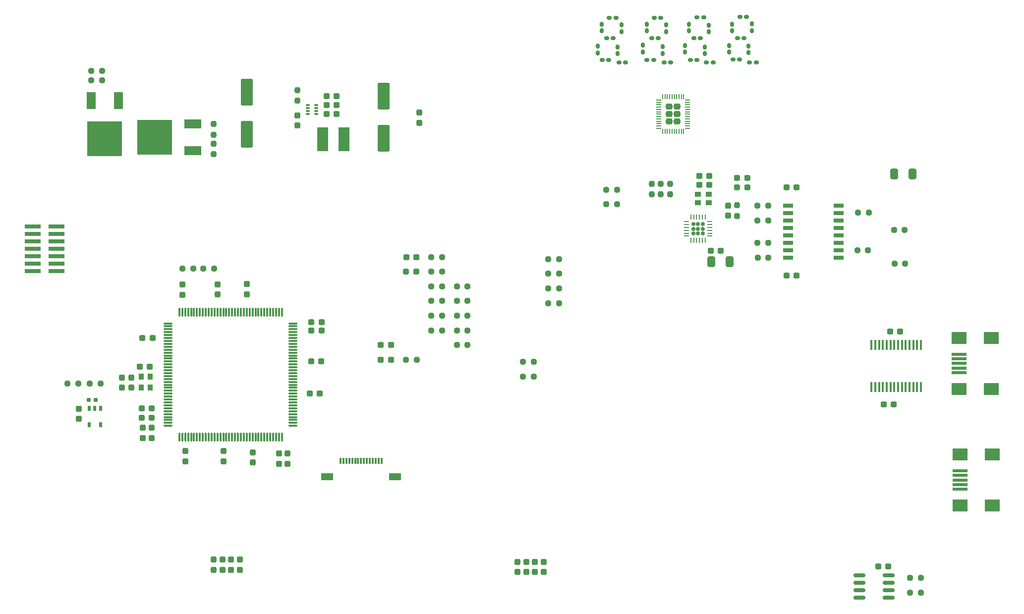
<source format=gbr>
%TF.GenerationSoftware,KiCad,Pcbnew,8.0.5*%
%TF.CreationDate,2024-09-23T23:51:48+09:00*%
%TF.ProjectId,MCU_Unit,4d43555f-556e-4697-942e-6b696361645f,rev?*%
%TF.SameCoordinates,Original*%
%TF.FileFunction,Paste,Top*%
%TF.FilePolarity,Positive*%
%FSLAX46Y46*%
G04 Gerber Fmt 4.6, Leading zero omitted, Abs format (unit mm)*
G04 Created by KiCad (PCBNEW 8.0.5) date 2024-09-23 23:51:48*
%MOMM*%
%LPD*%
G01*
G04 APERTURE LIST*
G04 Aperture macros list*
%AMRoundRect*
0 Rectangle with rounded corners*
0 $1 Rounding radius*
0 $2 $3 $4 $5 $6 $7 $8 $9 X,Y pos of 4 corners*
0 Add a 4 corners polygon primitive as box body*
4,1,4,$2,$3,$4,$5,$6,$7,$8,$9,$2,$3,0*
0 Add four circle primitives for the rounded corners*
1,1,$1+$1,$2,$3*
1,1,$1+$1,$4,$5*
1,1,$1+$1,$6,$7*
1,1,$1+$1,$8,$9*
0 Add four rect primitives between the rounded corners*
20,1,$1+$1,$2,$3,$4,$5,0*
20,1,$1+$1,$4,$5,$6,$7,0*
20,1,$1+$1,$6,$7,$8,$9,0*
20,1,$1+$1,$8,$9,$2,$3,0*%
G04 Aperture macros list end*
%ADD10R,1.700000X0.750000*%
%ADD11R,3.000000X1.600000*%
%ADD12R,6.000000X6.000000*%
%ADD13R,1.600000X3.000000*%
%ADD14R,1.850000X4.100000*%
%ADD15R,2.790000X0.740000*%
%ADD16R,0.300000X1.000000*%
%ADD17R,2.000000X1.300000*%
%ADD18R,0.600000X0.900000*%
%ADD19RoundRect,0.160000X-0.222500X-0.160000X0.222500X-0.160000X0.222500X0.160000X-0.222500X0.160000X0*%
%ADD20RoundRect,0.160000X0.160000X-0.222500X0.160000X0.222500X-0.160000X0.222500X-0.160000X-0.222500X0*%
%ADD21RoundRect,0.237500X0.287500X0.237500X-0.287500X0.237500X-0.287500X-0.237500X0.287500X-0.237500X0*%
%ADD22R,0.950000X1.050000*%
%ADD23R,0.450000X1.750000*%
%ADD24RoundRect,0.250000X0.315000X0.260000X-0.315000X0.260000X-0.315000X-0.260000X0.315000X-0.260000X0*%
%ADD25RoundRect,0.050000X0.362500X0.050000X-0.362500X0.050000X-0.362500X-0.050000X0.362500X-0.050000X0*%
%ADD26RoundRect,0.050000X0.050000X0.362500X-0.050000X0.362500X-0.050000X-0.362500X0.050000X-0.362500X0*%
%ADD27RoundRect,0.150000X-0.825000X-0.150000X0.825000X-0.150000X0.825000X0.150000X-0.825000X0.150000X0*%
%ADD28RoundRect,0.050000X-0.285000X-0.100000X0.285000X-0.100000X0.285000X0.100000X-0.285000X0.100000X0*%
%ADD29R,1.050000X0.950000*%
%ADD30RoundRect,0.165000X-0.165000X0.165000X-0.165000X-0.165000X0.165000X-0.165000X0.165000X0.165000X0*%
%ADD31RoundRect,0.062500X-0.062500X0.325000X-0.062500X-0.325000X0.062500X-0.325000X0.062500X0.325000X0*%
%ADD32RoundRect,0.062500X-0.325000X0.062500X-0.325000X-0.062500X0.325000X-0.062500X0.325000X0.062500X0*%
%ADD33RoundRect,0.075000X-0.662500X-0.075000X0.662500X-0.075000X0.662500X0.075000X-0.662500X0.075000X0*%
%ADD34RoundRect,0.075000X-0.075000X-0.662500X0.075000X-0.662500X0.075000X0.662500X-0.075000X0.662500X0*%
%ADD35RoundRect,0.237500X-0.250000X-0.237500X0.250000X-0.237500X0.250000X0.237500X-0.250000X0.237500X0*%
%ADD36RoundRect,0.237500X-0.237500X0.250000X-0.237500X-0.250000X0.237500X-0.250000X0.237500X0.250000X0*%
%ADD37RoundRect,0.237500X0.250000X0.237500X-0.250000X0.237500X-0.250000X-0.237500X0.250000X-0.237500X0*%
%ADD38RoundRect,0.237500X0.237500X-0.250000X0.237500X0.250000X-0.237500X0.250000X-0.237500X-0.250000X0*%
%ADD39R,2.500000X0.500000*%
%ADD40R,2.500000X2.000000*%
%ADD41RoundRect,0.237500X-0.287500X-0.237500X0.287500X-0.237500X0.287500X0.237500X-0.287500X0.237500X0*%
%ADD42RoundRect,0.237500X-0.237500X0.300000X-0.237500X-0.300000X0.237500X-0.300000X0.237500X0.300000X0*%
%ADD43RoundRect,0.237500X0.237500X-0.300000X0.237500X0.300000X-0.237500X0.300000X-0.237500X-0.300000X0*%
%ADD44RoundRect,0.237500X0.300000X0.237500X-0.300000X0.237500X-0.300000X-0.237500X0.300000X-0.237500X0*%
%ADD45RoundRect,0.237500X-0.300000X-0.237500X0.300000X-0.237500X0.300000X0.237500X-0.300000X0.237500X0*%
%ADD46RoundRect,0.250001X-0.799999X1.999999X-0.799999X-1.999999X0.799999X-1.999999X0.799999X1.999999X0*%
%ADD47RoundRect,0.250001X0.799999X-1.999999X0.799999X1.999999X-0.799999X1.999999X-0.799999X-1.999999X0*%
%ADD48RoundRect,0.250000X-0.412500X-0.650000X0.412500X-0.650000X0.412500X0.650000X-0.412500X0.650000X0*%
%ADD49RoundRect,0.155000X0.212500X0.155000X-0.212500X0.155000X-0.212500X-0.155000X0.212500X-0.155000X0*%
G04 APERTURE END LIST*
D10*
%TO.C,T1*%
X176250000Y-60505000D03*
X176250000Y-61775000D03*
X176250000Y-63045000D03*
X176250000Y-64315000D03*
X176250000Y-65585000D03*
X176250000Y-66855000D03*
X176250000Y-68125000D03*
X176250000Y-69395000D03*
X167650000Y-69395000D03*
X167650000Y-68125000D03*
X167650000Y-66855000D03*
X167650000Y-65585000D03*
X167650000Y-64315000D03*
X167650000Y-63045000D03*
X167650000Y-61775000D03*
X167650000Y-60505000D03*
%TD*%
D11*
%TO.C,Q2*%
X65900000Y-51175000D03*
D12*
X59400000Y-48875000D03*
D11*
X65900000Y-46575000D03*
%TD*%
D13*
%TO.C,Q1*%
X53200000Y-42625000D03*
D12*
X50900000Y-49125000D03*
D13*
X48600000Y-42625000D03*
%TD*%
D14*
%TO.C,L1*%
X88125000Y-49150000D03*
X91775000Y-49150000D03*
%TD*%
D15*
%TO.C,J12*%
X38564355Y-64076075D03*
X42634355Y-64076075D03*
X38564355Y-65346075D03*
X42634355Y-65346075D03*
X38564355Y-66616075D03*
X42634355Y-66616075D03*
X38564355Y-67886075D03*
X42634355Y-67886075D03*
X38564355Y-69156075D03*
X42634355Y-69156075D03*
X38564355Y-70426075D03*
X42634355Y-70426075D03*
X38564355Y-71696075D03*
X42634355Y-71696075D03*
%TD*%
D16*
%TO.C,J8*%
X91175000Y-104175000D03*
X91675000Y-104175000D03*
X92175000Y-104175000D03*
X92675000Y-104175000D03*
X93175000Y-104175000D03*
X93675000Y-104175000D03*
X94175000Y-104175000D03*
X94675000Y-104175000D03*
X95175000Y-104175000D03*
X95675000Y-104175000D03*
X96175000Y-104175000D03*
X96675000Y-104175000D03*
X97175000Y-104175000D03*
X97675000Y-104175000D03*
X98175000Y-104175000D03*
D17*
X88875000Y-106875000D03*
X100475000Y-106875000D03*
%TD*%
D18*
%TO.C,IC1*%
X50150000Y-95150000D03*
X49200000Y-95150000D03*
X48250000Y-95150000D03*
X48250000Y-97950000D03*
X50150000Y-97950000D03*
%TD*%
D19*
%TO.C,D11*%
X161055000Y-36037500D03*
X162200000Y-36037500D03*
%TD*%
%TO.C,D10*%
X158955000Y-31887500D03*
X160100000Y-31887500D03*
%TD*%
D20*
%TO.C,D9*%
X158077500Y-30660000D03*
X158077500Y-29515000D03*
%TD*%
%TO.C,D8*%
X157527500Y-34310000D03*
X157527500Y-33165000D03*
%TD*%
D19*
%TO.C,D7*%
X158205000Y-35537500D03*
X159350000Y-35537500D03*
%TD*%
D20*
%TO.C,D6*%
X160827500Y-34410000D03*
X160827500Y-33265000D03*
%TD*%
%TO.C,D5*%
X161477500Y-30610000D03*
X161477500Y-29465000D03*
%TD*%
D19*
%TO.C,D4*%
X159405000Y-28237500D03*
X160550000Y-28237500D03*
%TD*%
%TO.C,D35*%
X138750000Y-36087500D03*
X139895000Y-36087500D03*
%TD*%
%TO.C,D34*%
X136600000Y-31937500D03*
X137745000Y-31937500D03*
%TD*%
D20*
%TO.C,D33*%
X135750000Y-30682500D03*
X135750000Y-29537500D03*
%TD*%
%TO.C,D32*%
X135150000Y-34432500D03*
X135150000Y-33287500D03*
%TD*%
D19*
%TO.C,D31*%
X135850000Y-35637500D03*
X136995000Y-35637500D03*
%TD*%
D20*
%TO.C,D30*%
X138500000Y-34560000D03*
X138500000Y-33415000D03*
%TD*%
%TO.C,D29*%
X139150000Y-30810000D03*
X139150000Y-29665000D03*
%TD*%
D19*
%TO.C,D28*%
X137100000Y-28437500D03*
X138245000Y-28437500D03*
%TD*%
%TO.C,D27*%
X146455000Y-36087500D03*
X147600000Y-36087500D03*
%TD*%
%TO.C,D26*%
X144300000Y-31937500D03*
X145445000Y-31937500D03*
%TD*%
D20*
%TO.C,D25*%
X143500000Y-30682500D03*
X143500000Y-29537500D03*
%TD*%
%TO.C,D24*%
X142850000Y-34282500D03*
X142850000Y-33137500D03*
%TD*%
D19*
%TO.C,D23*%
X143500000Y-35637500D03*
X144645000Y-35637500D03*
%TD*%
D20*
%TO.C,D22*%
X146200000Y-34532500D03*
X146200000Y-33387500D03*
%TD*%
%TO.C,D21*%
X146800000Y-30782500D03*
X146800000Y-29637500D03*
%TD*%
D19*
%TO.C,D20*%
X144750000Y-28437500D03*
X145895000Y-28437500D03*
%TD*%
%TO.C,D19*%
X153655000Y-36037500D03*
X154800000Y-36037500D03*
%TD*%
%TO.C,D18*%
X151515316Y-31928719D03*
X152660316Y-31928719D03*
%TD*%
D20*
%TO.C,D17*%
X150715316Y-30673719D03*
X150715316Y-29528719D03*
%TD*%
%TO.C,D16*%
X150015316Y-34323719D03*
X150015316Y-33178719D03*
%TD*%
D19*
%TO.C,D15*%
X152057816Y-35628719D03*
X150912816Y-35628719D03*
%TD*%
D20*
%TO.C,D14*%
X153415316Y-34551219D03*
X153415316Y-33406219D03*
%TD*%
%TO.C,D13*%
X154115316Y-30823719D03*
X154115316Y-29678719D03*
%TD*%
D19*
%TO.C,D12*%
X152062816Y-28378719D03*
X153207816Y-28378719D03*
%TD*%
D21*
%TO.C,D2*%
X160675000Y-55800000D03*
X158925000Y-55800000D03*
%TD*%
%TO.C,D1*%
X160675000Y-57400000D03*
X158925000Y-57400000D03*
%TD*%
D22*
%TO.C,U8*%
X57175000Y-89775000D03*
X57175000Y-91625000D03*
X58625000Y-91625000D03*
X58625000Y-89775000D03*
%TD*%
D23*
%TO.C,U7*%
X181875000Y-91500000D03*
X182525000Y-91500000D03*
X183175000Y-91500000D03*
X183825000Y-91500000D03*
X184475000Y-91500000D03*
X185125000Y-91500000D03*
X185775000Y-91500000D03*
X186425000Y-91500000D03*
X187075000Y-91500000D03*
X187725000Y-91500000D03*
X188375000Y-91500000D03*
X189025000Y-91500000D03*
X189675000Y-91500000D03*
X190325000Y-91500000D03*
X190325000Y-84300000D03*
X189675000Y-84300000D03*
X189025000Y-84300000D03*
X188375000Y-84300000D03*
X187725000Y-84300000D03*
X187075000Y-84300000D03*
X186425000Y-84300000D03*
X185775000Y-84300000D03*
X185125000Y-84300000D03*
X184475000Y-84300000D03*
X183825000Y-84300000D03*
X183175000Y-84300000D03*
X182525000Y-84300000D03*
X181875000Y-84300000D03*
%TD*%
D24*
%TO.C,U6*%
X148700000Y-46170000D03*
X148700000Y-44900000D03*
X148700000Y-43630000D03*
X147300000Y-46170000D03*
X147300000Y-44900000D03*
X147300000Y-43630000D03*
D25*
X150462500Y-47300000D03*
X150462500Y-46900000D03*
X150462500Y-46500000D03*
X150462500Y-46100000D03*
X150462500Y-45700000D03*
X150462500Y-45300000D03*
X150462500Y-44900000D03*
X150462500Y-44500000D03*
X150462500Y-44100000D03*
X150462500Y-43700000D03*
X150462500Y-43300000D03*
X150462500Y-42900000D03*
X150462500Y-42500000D03*
D26*
X149800000Y-41937500D03*
X149400000Y-41937500D03*
X149000000Y-41937500D03*
X148600000Y-41937500D03*
X148200000Y-41937500D03*
X147800000Y-41937500D03*
X147400000Y-41937500D03*
X147000000Y-41937500D03*
X146600000Y-41937500D03*
X146200000Y-41937500D03*
D25*
X145537500Y-42500000D03*
X145537500Y-42900000D03*
X145537500Y-43300000D03*
X145537500Y-43700000D03*
X145537500Y-44100000D03*
X145537500Y-44500000D03*
X145537500Y-44900000D03*
X145537500Y-45300000D03*
X145537500Y-45700000D03*
X145537500Y-46100000D03*
X145537500Y-46500000D03*
X145537500Y-46900000D03*
X145537500Y-47300000D03*
D26*
X146200000Y-47862500D03*
X146600000Y-47862500D03*
X147000000Y-47862500D03*
X147400000Y-47862500D03*
X147800000Y-47862500D03*
X148200000Y-47862500D03*
X148600000Y-47862500D03*
X149000000Y-47862500D03*
X149400000Y-47862500D03*
X149800000Y-47862500D03*
%TD*%
D27*
%TO.C,U5*%
X179829173Y-123692996D03*
X179829173Y-124962996D03*
X179829173Y-126232996D03*
X179829173Y-127502996D03*
X184779173Y-127502996D03*
X184779173Y-126232996D03*
X184779173Y-124962996D03*
X184779173Y-123692996D03*
%TD*%
D28*
%TO.C,U4*%
X85560000Y-43387500D03*
X85560000Y-43887500D03*
X85560000Y-44387500D03*
X85560000Y-44887500D03*
X87040000Y-44887500D03*
X87040000Y-44387500D03*
X87040000Y-43887500D03*
X87040000Y-43387500D03*
%TD*%
D29*
%TO.C,U3*%
X154100000Y-58600000D03*
X152250000Y-58600000D03*
X152250000Y-60050000D03*
X154100000Y-60050000D03*
%TD*%
D30*
%TO.C,U2*%
X153070000Y-63667500D03*
X152250000Y-63667500D03*
X151430000Y-63667500D03*
X153070000Y-64487500D03*
X152250000Y-64487500D03*
X151430000Y-64487500D03*
X153070000Y-65307500D03*
X152250000Y-65307500D03*
X151430000Y-65307500D03*
D31*
X153500000Y-62500000D03*
X153000000Y-62500000D03*
X152500000Y-62500000D03*
X152000000Y-62500000D03*
X151500000Y-62500000D03*
X151000000Y-62500000D03*
D32*
X150262500Y-63237500D03*
X150262500Y-63737500D03*
X150262500Y-64237500D03*
X150262500Y-64737500D03*
X150262500Y-65237500D03*
X150262500Y-65737500D03*
D31*
X151000000Y-66475000D03*
X151500000Y-66475000D03*
X152000000Y-66475000D03*
X152500000Y-66475000D03*
X153000000Y-66475000D03*
X153500000Y-66475000D03*
D32*
X154237500Y-65737500D03*
X154237500Y-65237500D03*
X154237500Y-64737500D03*
X154237500Y-64237500D03*
X154237500Y-63737500D03*
X154237500Y-63237500D03*
%TD*%
D33*
%TO.C,U1*%
X61737500Y-80650000D03*
X61737500Y-81150000D03*
X61737500Y-81650000D03*
X61737500Y-82150000D03*
X61737500Y-82650000D03*
X61737500Y-83150000D03*
X61737500Y-83650000D03*
X61737500Y-84150000D03*
X61737500Y-84650000D03*
X61737500Y-85150000D03*
X61737500Y-85650000D03*
X61737500Y-86150000D03*
X61737500Y-86650000D03*
X61737500Y-87150000D03*
X61737500Y-87650000D03*
X61737500Y-88150000D03*
X61737500Y-88650000D03*
X61737500Y-89150000D03*
X61737500Y-89650000D03*
X61737500Y-90150000D03*
X61737500Y-90650000D03*
X61737500Y-91150000D03*
X61737500Y-91650000D03*
X61737500Y-92150000D03*
X61737500Y-92650000D03*
X61737500Y-93150000D03*
X61737500Y-93650000D03*
X61737500Y-94150000D03*
X61737500Y-94650000D03*
X61737500Y-95150000D03*
X61737500Y-95650000D03*
X61737500Y-96150000D03*
X61737500Y-96650000D03*
X61737500Y-97150000D03*
X61737500Y-97650000D03*
X61737500Y-98150000D03*
D34*
X63650000Y-100062500D03*
X64150000Y-100062500D03*
X64650000Y-100062500D03*
X65150000Y-100062500D03*
X65650000Y-100062500D03*
X66150000Y-100062500D03*
X66650000Y-100062500D03*
X67150000Y-100062500D03*
X67650000Y-100062500D03*
X68150000Y-100062500D03*
X68650000Y-100062500D03*
X69150000Y-100062500D03*
X69650000Y-100062500D03*
X70150000Y-100062500D03*
X70650000Y-100062500D03*
X71150000Y-100062500D03*
X71650000Y-100062500D03*
X72150000Y-100062500D03*
X72650000Y-100062500D03*
X73150000Y-100062500D03*
X73650000Y-100062500D03*
X74150000Y-100062500D03*
X74650000Y-100062500D03*
X75150000Y-100062500D03*
X75650000Y-100062500D03*
X76150000Y-100062500D03*
X76650000Y-100062500D03*
X77150000Y-100062500D03*
X77650000Y-100062500D03*
X78150000Y-100062500D03*
X78650000Y-100062500D03*
X79150000Y-100062500D03*
X79650000Y-100062500D03*
X80150000Y-100062500D03*
X80650000Y-100062500D03*
X81150000Y-100062500D03*
D33*
X83062500Y-98150000D03*
X83062500Y-97650000D03*
X83062500Y-97150000D03*
X83062500Y-96650000D03*
X83062500Y-96150000D03*
X83062500Y-95650000D03*
X83062500Y-95150000D03*
X83062500Y-94650000D03*
X83062500Y-94150000D03*
X83062500Y-93650000D03*
X83062500Y-93150000D03*
X83062500Y-92650000D03*
X83062500Y-92150000D03*
X83062500Y-91650000D03*
X83062500Y-91150000D03*
X83062500Y-90650000D03*
X83062500Y-90150000D03*
X83062500Y-89650000D03*
X83062500Y-89150000D03*
X83062500Y-88650000D03*
X83062500Y-88150000D03*
X83062500Y-87650000D03*
X83062500Y-87150000D03*
X83062500Y-86650000D03*
X83062500Y-86150000D03*
X83062500Y-85650000D03*
X83062500Y-85150000D03*
X83062500Y-84650000D03*
X83062500Y-84150000D03*
X83062500Y-83650000D03*
X83062500Y-83150000D03*
X83062500Y-82650000D03*
X83062500Y-82150000D03*
X83062500Y-81650000D03*
X83062500Y-81150000D03*
X83062500Y-80650000D03*
D34*
X81150000Y-78737500D03*
X80650000Y-78737500D03*
X80150000Y-78737500D03*
X79650000Y-78737500D03*
X79150000Y-78737500D03*
X78650000Y-78737500D03*
X78150000Y-78737500D03*
X77650000Y-78737500D03*
X77150000Y-78737500D03*
X76650000Y-78737500D03*
X76150000Y-78737500D03*
X75650000Y-78737500D03*
X75150000Y-78737500D03*
X74650000Y-78737500D03*
X74150000Y-78737500D03*
X73650000Y-78737500D03*
X73150000Y-78737500D03*
X72650000Y-78737500D03*
X72150000Y-78737500D03*
X71650000Y-78737500D03*
X71150000Y-78737500D03*
X70650000Y-78737500D03*
X70150000Y-78737500D03*
X69650000Y-78737500D03*
X69150000Y-78737500D03*
X68650000Y-78737500D03*
X68150000Y-78737500D03*
X67650000Y-78737500D03*
X67150000Y-78737500D03*
X66650000Y-78737500D03*
X66150000Y-78737500D03*
X65650000Y-78737500D03*
X65150000Y-78737500D03*
X64650000Y-78737500D03*
X64150000Y-78737500D03*
X63650000Y-78737500D03*
%TD*%
D35*
%TO.C,R44*%
X136575000Y-60300000D03*
X138400000Y-60300000D03*
%TD*%
%TO.C,R43*%
X136575000Y-57790000D03*
X138400000Y-57790000D03*
%TD*%
D36*
%TO.C,R42*%
X147450000Y-56800000D03*
X147450000Y-58625000D03*
%TD*%
D35*
%TO.C,R40*%
X188487500Y-126660000D03*
X190312500Y-126660000D03*
%TD*%
%TO.C,R39*%
X188450000Y-124150000D03*
X190275000Y-124150000D03*
%TD*%
%TO.C,R38*%
X126687500Y-77190000D03*
X128512500Y-77190000D03*
%TD*%
%TO.C,R37*%
X126687500Y-74680000D03*
X128512500Y-74680000D03*
%TD*%
%TO.C,R36*%
X126687500Y-72170000D03*
X128512500Y-72170000D03*
%TD*%
D36*
%TO.C,R35*%
X145890000Y-56787500D03*
X145890000Y-58612500D03*
%TD*%
%TO.C,R34*%
X144350000Y-56787500D03*
X144350000Y-58612500D03*
%TD*%
D35*
%TO.C,R33*%
X126687500Y-69660000D03*
X128512500Y-69660000D03*
%TD*%
D36*
%TO.C,R32*%
X69500000Y-49925000D03*
X69500000Y-51750000D03*
%TD*%
%TO.C,R31*%
X69500000Y-46562500D03*
X69500000Y-48387500D03*
%TD*%
D37*
%TO.C,R30*%
X50412500Y-37525000D03*
X48587500Y-37525000D03*
%TD*%
D35*
%TO.C,R29*%
X48587500Y-39075000D03*
X50412500Y-39075000D03*
%TD*%
%TO.C,R28*%
X122337500Y-89740000D03*
X124162500Y-89740000D03*
%TD*%
%TO.C,R27*%
X122337500Y-87230000D03*
X124162500Y-87230000D03*
%TD*%
D38*
%TO.C,R26*%
X83800000Y-42612500D03*
X83800000Y-40787500D03*
%TD*%
D35*
%TO.C,R25*%
X111050000Y-84360000D03*
X112875000Y-84360000D03*
%TD*%
%TO.C,R24*%
X111050000Y-81850000D03*
X112875000Y-81850000D03*
%TD*%
%TO.C,R23*%
X111050000Y-79340000D03*
X112875000Y-79340000D03*
%TD*%
%TO.C,R22*%
X111050000Y-76830000D03*
X112875000Y-76830000D03*
%TD*%
%TO.C,R21*%
X111050000Y-74320000D03*
X112875000Y-74320000D03*
%TD*%
%TO.C,R20*%
X162400000Y-60500000D03*
X164225000Y-60500000D03*
%TD*%
%TO.C,R19*%
X162400000Y-63050000D03*
X164225000Y-63050000D03*
%TD*%
%TO.C,R18*%
X164200000Y-66850000D03*
X162375000Y-66850000D03*
%TD*%
%TO.C,R17*%
X162425000Y-69400000D03*
X164250000Y-69400000D03*
%TD*%
%TO.C,R16*%
X106700000Y-81850000D03*
X108525000Y-81850000D03*
%TD*%
%TO.C,R15*%
X106700000Y-79340000D03*
X108525000Y-79340000D03*
%TD*%
%TO.C,R14*%
X106700000Y-76830000D03*
X108525000Y-76830000D03*
%TD*%
%TO.C,R13*%
X106700000Y-74320000D03*
X108525000Y-74320000D03*
%TD*%
%TO.C,R12*%
X106700000Y-71810000D03*
X108525000Y-71810000D03*
%TD*%
%TO.C,R11*%
X106700000Y-69300000D03*
X108525000Y-69300000D03*
%TD*%
%TO.C,R10*%
X102350000Y-86870000D03*
X104175000Y-86870000D03*
%TD*%
D38*
%TO.C,R9*%
X158900000Y-62312500D03*
X158900000Y-60487500D03*
%TD*%
D37*
%TO.C,R8*%
X187612500Y-70450000D03*
X185787500Y-70450000D03*
%TD*%
%TO.C,R7*%
X187562500Y-64650000D03*
X185737500Y-64650000D03*
%TD*%
D35*
%TO.C,R6*%
X179587500Y-61750000D03*
X181412500Y-61750000D03*
%TD*%
%TO.C,R5*%
X179450000Y-68150000D03*
X181275000Y-68150000D03*
%TD*%
%TO.C,R4*%
X64200000Y-71300000D03*
X66025000Y-71300000D03*
%TD*%
%TO.C,R3*%
X67750000Y-71300000D03*
X69575000Y-71300000D03*
%TD*%
D37*
%TO.C,R2*%
X46362500Y-90900000D03*
X44537500Y-90900000D03*
%TD*%
D35*
%TO.C,R1*%
X48337500Y-90900000D03*
X50162500Y-90900000D03*
%TD*%
D39*
%TO.C,J9*%
X196875000Y-89100000D03*
X196875000Y-88300000D03*
X196875000Y-87500000D03*
X196875000Y-86700000D03*
X196875000Y-85900000D03*
D40*
X196875000Y-91900000D03*
X202375000Y-91900000D03*
X196875000Y-83100000D03*
X202375000Y-83100000D03*
%TD*%
D39*
%TO.C,J7*%
X197000000Y-109000000D03*
X197000000Y-108200000D03*
X197000000Y-107400000D03*
X197000000Y-106600000D03*
X197000000Y-105800000D03*
D40*
X197000000Y-111800000D03*
X202500000Y-111800000D03*
X197000000Y-103000000D03*
X202500000Y-103000000D03*
%TD*%
D41*
%TO.C,FB2*%
X102387500Y-71810000D03*
X104137500Y-71810000D03*
%TD*%
D21*
%TO.C,FB1*%
X58950000Y-96750000D03*
X57200000Y-96750000D03*
%TD*%
D42*
%TO.C,C50*%
X55450000Y-89887500D03*
X55450000Y-91612500D03*
%TD*%
%TO.C,C49*%
X53800000Y-89887500D03*
X53800000Y-91612500D03*
%TD*%
D43*
%TO.C,C48*%
X72500000Y-122725000D03*
X72500000Y-121000000D03*
%TD*%
%TO.C,C47*%
X71000000Y-122725000D03*
X71000000Y-121000000D03*
%TD*%
%TO.C,C46*%
X69500000Y-122725000D03*
X69500000Y-121000000D03*
%TD*%
D44*
%TO.C,C45*%
X184762500Y-122150000D03*
X183037500Y-122150000D03*
%TD*%
D43*
%TO.C,C44*%
X74000000Y-122725000D03*
X74000000Y-121000000D03*
%TD*%
%TO.C,C42*%
X124400000Y-121400000D03*
X124400000Y-123125000D03*
%TD*%
%TO.C,C41*%
X121380000Y-121405000D03*
X121380000Y-123130000D03*
%TD*%
D44*
%TO.C,C39*%
X186762500Y-82000000D03*
X185037500Y-82000000D03*
%TD*%
D45*
%TO.C,C38*%
X183951151Y-94517380D03*
X185676151Y-94517380D03*
%TD*%
D46*
%TO.C,C37*%
X75150000Y-41150000D03*
X75150000Y-48350000D03*
%TD*%
D45*
%TO.C,C36*%
X86205722Y-81887888D03*
X87930722Y-81887888D03*
%TD*%
D42*
%TO.C,C35*%
X80650000Y-102900000D03*
X80650000Y-104625000D03*
%TD*%
D47*
%TO.C,C34*%
X98550000Y-49000000D03*
X98550000Y-41800000D03*
%TD*%
D43*
%TO.C,C33*%
X104600000Y-46362500D03*
X104600000Y-44637500D03*
%TD*%
D44*
%TO.C,C32*%
X90512500Y-41800000D03*
X88787500Y-41800000D03*
%TD*%
%TO.C,C31*%
X90525000Y-44900000D03*
X88800000Y-44900000D03*
%TD*%
D45*
%TO.C,C30*%
X88787500Y-43350000D03*
X90512500Y-43350000D03*
%TD*%
D42*
%TO.C,C29*%
X83810000Y-45125000D03*
X83810000Y-46850000D03*
%TD*%
D45*
%TO.C,C28*%
X102400000Y-69300000D03*
X104125000Y-69300000D03*
%TD*%
%TO.C,C27*%
X98050000Y-86870000D03*
X99775000Y-86870000D03*
%TD*%
%TO.C,C26*%
X98050000Y-84360000D03*
X99775000Y-84360000D03*
%TD*%
D48*
%TO.C,C25*%
X154479608Y-70112027D03*
X157604608Y-70112027D03*
%TD*%
D45*
%TO.C,C24*%
X154400000Y-68200000D03*
X156125000Y-68200000D03*
%TD*%
D43*
%TO.C,C23*%
X157400000Y-62262500D03*
X157400000Y-60537500D03*
%TD*%
D44*
%TO.C,C22*%
X154162500Y-55450000D03*
X152437500Y-55450000D03*
%TD*%
%TO.C,C21*%
X154162500Y-56950000D03*
X152437500Y-56950000D03*
%TD*%
%TO.C,C20*%
X169062500Y-57400000D03*
X167337500Y-57400000D03*
%TD*%
%TO.C,C19*%
X169062500Y-72500000D03*
X167337500Y-72500000D03*
%TD*%
D48*
%TO.C,C18*%
X185737500Y-55150000D03*
X188862500Y-55150000D03*
%TD*%
D42*
%TO.C,C17*%
X57350000Y-100225000D03*
X57350000Y-98500000D03*
%TD*%
%TO.C,C16*%
X58900000Y-100225000D03*
X58900000Y-98500000D03*
%TD*%
D49*
%TO.C,C15*%
X49317500Y-93750000D03*
X48182500Y-93750000D03*
%TD*%
D43*
%TO.C,C14*%
X46500000Y-96962500D03*
X46500000Y-95237500D03*
%TD*%
D45*
%TO.C,C13*%
X86150000Y-87150000D03*
X87875000Y-87150000D03*
%TD*%
D43*
%TO.C,C12*%
X64150000Y-75750000D03*
X64150000Y-74025000D03*
%TD*%
%TO.C,C11*%
X70150000Y-75700000D03*
X70150000Y-73975000D03*
%TD*%
%TO.C,C10*%
X75150000Y-75675000D03*
X75150000Y-73950000D03*
%TD*%
D45*
%TO.C,C9*%
X86200000Y-80400000D03*
X87925000Y-80400000D03*
%TD*%
%TO.C,C8*%
X87625000Y-92650000D03*
X85900000Y-92650000D03*
%TD*%
D42*
%TO.C,C7*%
X82150000Y-104625000D03*
X82150000Y-102900000D03*
%TD*%
%TO.C,C6*%
X76150000Y-102700000D03*
X76150000Y-104425000D03*
%TD*%
%TO.C,C5*%
X71150000Y-102487500D03*
X71150000Y-104212500D03*
%TD*%
%TO.C,C4*%
X64650000Y-102487500D03*
X64650000Y-104212500D03*
%TD*%
D44*
%TO.C,C3*%
X58912500Y-95150000D03*
X57187500Y-95150000D03*
%TD*%
%TO.C,C2*%
X58612500Y-88050000D03*
X56887500Y-88050000D03*
%TD*%
%TO.C,C1*%
X59062500Y-83150000D03*
X57337500Y-83150000D03*
%TD*%
D43*
%TO.C,C40*%
X122890000Y-121400000D03*
X122890000Y-123125000D03*
%TD*%
%TO.C,C43*%
X125900000Y-121400000D03*
X125900000Y-123125000D03*
%TD*%
M02*

</source>
